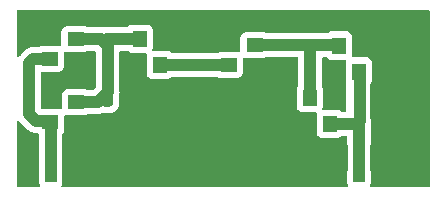
<source format=gbr>
%TF.GenerationSoftware,KiCad,Pcbnew,7.0.7*%
%TF.CreationDate,2023-08-25T11:11:42-04:00*%
%TF.ProjectId,CrystalFilter4thOrder,43727973-7461-46c4-9669-6c7465723474,rev?*%
%TF.SameCoordinates,PX7ed6b40PY4a62f80*%
%TF.FileFunction,Copper,L1,Top*%
%TF.FilePolarity,Positive*%
%FSLAX46Y46*%
G04 Gerber Fmt 4.6, Leading zero omitted, Abs format (unit mm)*
G04 Created by KiCad (PCBNEW 7.0.7) date 2023-08-25 11:11:42*
%MOMM*%
%LPD*%
G01*
G04 APERTURE LIST*
G04 Aperture macros list*
%AMRoundRect*
0 Rectangle with rounded corners*
0 $1 Rounding radius*
0 $2 $3 $4 $5 $6 $7 $8 $9 X,Y pos of 4 corners*
0 Add a 4 corners polygon primitive as box body*
4,1,4,$2,$3,$4,$5,$6,$7,$8,$9,$2,$3,0*
0 Add four circle primitives for the rounded corners*
1,1,$1+$1,$2,$3*
1,1,$1+$1,$4,$5*
1,1,$1+$1,$6,$7*
1,1,$1+$1,$8,$9*
0 Add four rect primitives between the rounded corners*
20,1,$1+$1,$2,$3,$4,$5,0*
20,1,$1+$1,$4,$5,$6,$7,0*
20,1,$1+$1,$6,$7,$8,$9,0*
20,1,$1+$1,$8,$9,$2,$3,0*%
G04 Aperture macros list end*
%TA.AperFunction,SMDPad,CuDef*%
%ADD10RoundRect,0.250000X0.250000X0.475000X-0.250000X0.475000X-0.250000X-0.475000X0.250000X-0.475000X0*%
%TD*%
%TA.AperFunction,SMDPad,CuDef*%
%ADD11R,1.000000X1.050000*%
%TD*%
%TA.AperFunction,SMDPad,CuDef*%
%ADD12R,1.050000X2.200000*%
%TD*%
%TA.AperFunction,SMDPad,CuDef*%
%ADD13R,1.200000X1.400000*%
%TD*%
%TA.AperFunction,SMDPad,CuDef*%
%ADD14R,1.400000X1.200000*%
%TD*%
%TA.AperFunction,SMDPad,CuDef*%
%ADD15RoundRect,0.250000X0.475000X-0.250000X0.475000X0.250000X-0.475000X0.250000X-0.475000X-0.250000X0*%
%TD*%
%TA.AperFunction,ViaPad*%
%ADD16C,0.800000*%
%TD*%
%TA.AperFunction,Conductor*%
%ADD17C,1.000000*%
%TD*%
%TA.AperFunction,Conductor*%
%ADD18C,0.250000*%
%TD*%
G04 APERTURE END LIST*
D10*
%TO.P,C1,1*%
%TO.N,Earth*%
X9555000Y-7471000D03*
%TO.P,C1,2*%
%TO.N,Net-(C1-Pad2)*%
X7655000Y-7471000D03*
%TD*%
D11*
%TO.P,J2,1,In*%
%TO.N,Net-(J2-In)*%
X29001200Y-14032800D03*
D12*
%TO.P,J2,2,Ext*%
%TO.N,Earth*%
X27526200Y-12507800D03*
X30476200Y-12507800D03*
%TD*%
D11*
%TO.P,J1,1,In*%
%TO.N,Net-(J1-In)*%
X2890000Y-14010400D03*
D12*
%TO.P,J1,2,Ext*%
%TO.N,Earth*%
X1415000Y-12485400D03*
X4365000Y-12485400D03*
%TD*%
D13*
%TO.P,Y6,1,1*%
%TO.N,Net-(C3-Pad2)*%
X24812000Y-7430000D03*
%TO.P,Y6,2,2*%
%TO.N,Earth*%
X24812000Y-9630000D03*
%TO.P,Y6,3,3*%
%TO.N,Net-(J2-In)*%
X26512000Y-9630000D03*
%TO.P,Y6,4,4*%
%TO.N,Earth*%
X26512000Y-7430000D03*
%TD*%
D14*
%TO.P,Y1,1,1*%
%TO.N,Net-(J1-In)*%
X2806000Y-4130000D03*
%TO.P,Y1,2,2*%
%TO.N,Earth*%
X5006000Y-4130000D03*
%TO.P,Y1,3,3*%
%TO.N,Net-(C1-Pad2)*%
X5006000Y-2430000D03*
%TO.P,Y1,4,4*%
%TO.N,Earth*%
X2806000Y-2430000D03*
%TD*%
D15*
%TO.P,C3,1*%
%TO.N,Earth*%
X22803600Y-4839600D03*
%TO.P,C3,2*%
%TO.N,Net-(C3-Pad2)*%
X22803600Y-2939600D03*
%TD*%
D14*
%TO.P,Y2,1,1*%
%TO.N,Net-(J1-In)*%
X2849000Y-9464000D03*
%TO.P,Y2,2,2*%
%TO.N,Earth*%
X5049000Y-9464000D03*
%TO.P,Y2,3,3*%
%TO.N,Net-(C1-Pad2)*%
X5049000Y-7764000D03*
%TO.P,Y2,4,4*%
%TO.N,Earth*%
X2849000Y-7764000D03*
%TD*%
D13*
%TO.P,Y5,1,1*%
%TO.N,Net-(C3-Pad2)*%
X27287600Y-2992800D03*
%TO.P,Y5,2,2*%
%TO.N,Earth*%
X27287600Y-5192800D03*
%TO.P,Y5,3,3*%
%TO.N,Net-(J2-In)*%
X28987600Y-5192800D03*
%TO.P,Y5,4,4*%
%TO.N,Earth*%
X28987600Y-2992800D03*
%TD*%
D14*
%TO.P,Y4,1,1*%
%TO.N,Net-(C2-Pad2)*%
X17962000Y-4651600D03*
%TO.P,Y4,2,2*%
%TO.N,Earth*%
X20162000Y-4651600D03*
%TO.P,Y4,3,3*%
%TO.N,Net-(C3-Pad2)*%
X20162000Y-2951600D03*
%TO.P,Y4,4,4*%
%TO.N,Earth*%
X17962000Y-2951600D03*
%TD*%
D15*
%TO.P,C2,1*%
%TO.N,Earth*%
X14828000Y-6516000D03*
%TO.P,C2,2*%
%TO.N,Net-(C2-Pad2)*%
X14828000Y-4616000D03*
%TD*%
D13*
%TO.P,Y3,1,1*%
%TO.N,Net-(C1-Pad2)*%
X10422000Y-2434000D03*
%TO.P,Y3,2,2*%
%TO.N,Earth*%
X10422000Y-4634000D03*
%TO.P,Y3,3,3*%
%TO.N,Net-(C2-Pad2)*%
X12122000Y-4634000D03*
%TO.P,Y3,4,4*%
%TO.N,Earth*%
X12122000Y-2434000D03*
%TD*%
D16*
%TO.N,Earth*%
X31465000Y-3026000D03*
X22829000Y-7979000D03*
X477000Y-10392000D03*
X27020000Y-6328000D03*
X12288000Y-7471000D03*
X15082000Y-613000D03*
X24099000Y-12424000D03*
X33370000Y-12551000D03*
X731000Y-2137000D03*
X4033000Y-5947000D03*
X24734000Y-740000D03*
X17876000Y-7471000D03*
X6954000Y-12424000D03*
X8605000Y-9630000D03*
%TD*%
D17*
%TO.N,Net-(J2-In)*%
X28987600Y-9460000D02*
X29052000Y-9395600D01*
X29052000Y-9395600D02*
X29052000Y-5257200D01*
X29052000Y-5257200D02*
X28987600Y-5192800D01*
%TO.N,Net-(C3-Pad2)*%
X24900000Y-7303000D02*
X24861000Y-7264000D01*
X24861000Y-7264000D02*
X24861000Y-3104000D01*
X24861000Y-3104000D02*
X24708600Y-2951600D01*
%TO.N,Net-(J2-In)*%
X26512000Y-9630000D02*
X28817600Y-9630000D01*
D18*
%TO.N,Earth*%
X4906000Y-4130000D02*
X5006000Y-4130000D01*
X2806000Y-2430000D02*
X3206000Y-2430000D01*
D17*
%TO.N,Net-(C1-Pad2)*%
X5049000Y-7764000D02*
X6915000Y-7764000D01*
X7716000Y-6963000D02*
X7716000Y-2960000D01*
D18*
X4649000Y-8106000D02*
X5049000Y-8106000D01*
D17*
X7716000Y-2960000D02*
X7436600Y-2680600D01*
X10422000Y-2434000D02*
X7683200Y-2434000D01*
X7683200Y-2434000D02*
X7436600Y-2680600D01*
X6915000Y-7764000D02*
X7716000Y-6963000D01*
X7186000Y-2430000D02*
X7436600Y-2680600D01*
X5006000Y-2430000D02*
X7186000Y-2430000D01*
%TO.N,Net-(C2-Pad2)*%
X17944400Y-4634000D02*
X17962000Y-4651600D01*
X12122000Y-4634000D02*
X17944400Y-4634000D01*
%TO.N,Net-(C3-Pad2)*%
X24708600Y-2951600D02*
X27246400Y-2951600D01*
X27246400Y-2951600D02*
X27287600Y-2992800D01*
X20162000Y-2951600D02*
X24708600Y-2951600D01*
%TO.N,Net-(J1-In)*%
X1405000Y-4130000D02*
X1035800Y-4499200D01*
X1035800Y-8791800D02*
X1620000Y-9376000D01*
X1035800Y-4499200D02*
X1035800Y-8791800D01*
X2864600Y-9376000D02*
X2890000Y-9401400D01*
X1620000Y-9376000D02*
X2864600Y-9376000D01*
X2806000Y-4130000D02*
X1405000Y-4130000D01*
X2890000Y-9401400D02*
X2890000Y-14010400D01*
%TO.N,Net-(J2-In)*%
X29001200Y-14032800D02*
X29001200Y-9473600D01*
%TD*%
%TA.AperFunction,Conductor*%
%TO.N,Earth*%
G36*
X205703Y-9362904D02*
G01*
X218580Y-9375841D01*
X230373Y-9389578D01*
X232765Y-9392364D01*
X237494Y-9398636D01*
X256399Y-9427321D01*
X278082Y-9449003D01*
X299778Y-9470699D01*
X302969Y-9474143D01*
X342931Y-9520692D01*
X342934Y-9520695D01*
X370094Y-9541718D01*
X375990Y-9546911D01*
X903566Y-10074487D01*
X964938Y-10139050D01*
X964941Y-10139053D01*
X1015281Y-10174092D01*
X1019043Y-10176928D01*
X1066587Y-10215694D01*
X1066590Y-10215695D01*
X1066593Y-10215698D01*
X1097045Y-10231604D01*
X1103758Y-10235672D01*
X1131951Y-10255295D01*
X1188329Y-10279489D01*
X1192578Y-10281507D01*
X1246951Y-10309909D01*
X1274489Y-10317788D01*
X1279974Y-10319358D01*
X1287368Y-10321990D01*
X1318942Y-10335540D01*
X1318945Y-10335540D01*
X1318946Y-10335541D01*
X1379022Y-10347887D01*
X1383600Y-10349010D01*
X1397501Y-10352987D01*
X1442582Y-10365887D01*
X1476839Y-10368495D01*
X1484614Y-10369586D01*
X1518255Y-10376500D01*
X1518259Y-10376500D01*
X1579599Y-10376500D01*
X1584305Y-10376678D01*
X1619063Y-10379325D01*
X1645476Y-10381337D01*
X1645476Y-10381336D01*
X1645477Y-10381337D01*
X1679560Y-10376996D01*
X1687390Y-10376500D01*
X1695663Y-10376500D01*
X1762702Y-10396185D01*
X1784231Y-10416226D01*
X1785183Y-10415275D01*
X1791451Y-10421543D01*
X1791452Y-10421544D01*
X1791454Y-10421546D01*
X1839812Y-10457747D01*
X1881682Y-10513679D01*
X1889500Y-10557012D01*
X1889500Y-14583270D01*
X1889501Y-14583276D01*
X1895908Y-14642883D01*
X1946202Y-14777728D01*
X1946204Y-14777731D01*
X1963764Y-14801188D01*
X1988182Y-14866652D01*
X1973331Y-14934926D01*
X1923926Y-14984331D01*
X1864498Y-14999500D01*
X124500Y-14999500D01*
X57461Y-14979815D01*
X11706Y-14927011D01*
X500Y-14875500D01*
X500Y-9456617D01*
X20185Y-9389578D01*
X72989Y-9343823D01*
X142147Y-9333879D01*
X205703Y-9362904D01*
G37*
%TD.AperFunction*%
%TA.AperFunction,Conductor*%
G36*
X9426719Y-3454185D02*
G01*
X9458948Y-3484191D01*
X9464454Y-3491546D01*
X9464457Y-3491548D01*
X9579664Y-3577793D01*
X9579671Y-3577797D01*
X9714517Y-3628091D01*
X9714516Y-3628091D01*
X9718516Y-3628521D01*
X9774127Y-3634500D01*
X10920933Y-3634499D01*
X10987972Y-3654184D01*
X11033727Y-3706987D01*
X11043671Y-3776146D01*
X11037116Y-3801830D01*
X11027908Y-3826517D01*
X11021501Y-3886116D01*
X11021500Y-3886135D01*
X11021500Y-5381870D01*
X11021501Y-5381876D01*
X11027908Y-5441483D01*
X11078202Y-5576328D01*
X11078206Y-5576335D01*
X11164452Y-5691544D01*
X11164455Y-5691547D01*
X11279664Y-5777793D01*
X11279671Y-5777797D01*
X11414517Y-5828091D01*
X11414516Y-5828091D01*
X11421444Y-5828835D01*
X11474127Y-5834500D01*
X12769872Y-5834499D01*
X12829483Y-5828091D01*
X12964331Y-5777796D01*
X13079546Y-5691546D01*
X13085051Y-5684191D01*
X13140985Y-5642319D01*
X13184320Y-5634500D01*
X16897052Y-5634500D01*
X16964091Y-5654185D01*
X16971352Y-5659225D01*
X17014529Y-5691548D01*
X17019668Y-5695395D01*
X17019671Y-5695397D01*
X17154517Y-5745691D01*
X17154516Y-5745691D01*
X17161444Y-5746435D01*
X17214127Y-5752100D01*
X18709872Y-5752099D01*
X18769483Y-5745691D01*
X18904331Y-5695396D01*
X19019546Y-5609146D01*
X19105796Y-5493931D01*
X19156091Y-5359083D01*
X19162500Y-5299473D01*
X19162499Y-4152665D01*
X19182184Y-4085627D01*
X19234987Y-4039872D01*
X19304146Y-4029928D01*
X19329828Y-4036482D01*
X19354517Y-4045691D01*
X19414127Y-4052100D01*
X20909872Y-4052099D01*
X20969483Y-4045691D01*
X21104331Y-3995396D01*
X21129127Y-3976833D01*
X21194592Y-3952416D01*
X21203439Y-3952100D01*
X23736500Y-3952100D01*
X23803539Y-3971785D01*
X23849294Y-4024589D01*
X23860500Y-4076100D01*
X23860500Y-6323105D01*
X23840815Y-6390144D01*
X23835767Y-6397416D01*
X23768204Y-6487668D01*
X23768202Y-6487671D01*
X23717908Y-6622517D01*
X23711501Y-6682116D01*
X23711501Y-6682123D01*
X23711500Y-6682135D01*
X23711500Y-8177870D01*
X23711501Y-8177876D01*
X23717908Y-8237483D01*
X23768202Y-8372328D01*
X23768206Y-8372335D01*
X23854452Y-8487544D01*
X23854455Y-8487547D01*
X23969664Y-8573793D01*
X23969671Y-8573797D01*
X24104517Y-8624091D01*
X24104516Y-8624091D01*
X24108516Y-8624521D01*
X24164127Y-8630500D01*
X25310933Y-8630499D01*
X25377972Y-8650184D01*
X25423727Y-8702987D01*
X25433671Y-8772146D01*
X25427116Y-8797830D01*
X25417908Y-8822517D01*
X25411501Y-8882116D01*
X25411500Y-8882135D01*
X25411500Y-10377870D01*
X25411501Y-10377876D01*
X25417908Y-10437483D01*
X25468202Y-10572328D01*
X25468206Y-10572335D01*
X25554452Y-10687544D01*
X25554455Y-10687547D01*
X25669664Y-10773793D01*
X25669671Y-10773797D01*
X25804517Y-10824091D01*
X25804516Y-10824091D01*
X25811444Y-10824835D01*
X25864127Y-10830500D01*
X27159872Y-10830499D01*
X27219483Y-10824091D01*
X27354331Y-10773796D01*
X27469546Y-10687546D01*
X27475051Y-10680191D01*
X27530985Y-10638319D01*
X27574320Y-10630500D01*
X27876700Y-10630500D01*
X27943739Y-10650185D01*
X27989494Y-10702989D01*
X28000700Y-10754500D01*
X28000700Y-14605670D01*
X28000701Y-14605676D01*
X28007108Y-14665283D01*
X28057402Y-14800128D01*
X28057406Y-14800134D01*
X28058196Y-14801190D01*
X28058656Y-14802424D01*
X28061654Y-14807914D01*
X28060864Y-14808345D01*
X28082613Y-14866654D01*
X28067761Y-14934927D01*
X28018356Y-14984332D01*
X27958929Y-14999500D01*
X3915502Y-14999500D01*
X3848463Y-14979815D01*
X3802708Y-14927011D01*
X3792764Y-14857853D01*
X3816236Y-14801188D01*
X3817027Y-14800131D01*
X3833796Y-14777731D01*
X3884091Y-14642883D01*
X3890500Y-14583273D01*
X3890500Y-14061142D01*
X3890500Y-10484251D01*
X3910185Y-10417212D01*
X3915221Y-10409957D01*
X3992796Y-10306331D01*
X4043091Y-10171483D01*
X4049500Y-10111873D01*
X4049499Y-8965065D01*
X4069184Y-8898027D01*
X4121987Y-8852272D01*
X4191146Y-8842328D01*
X4216828Y-8848882D01*
X4241517Y-8858091D01*
X4301127Y-8864500D01*
X5796872Y-8864499D01*
X5856483Y-8858091D01*
X5991331Y-8807796D01*
X6016127Y-8789233D01*
X6081592Y-8764816D01*
X6090439Y-8764500D01*
X6902284Y-8764500D01*
X6991358Y-8766757D01*
X6991358Y-8766756D01*
X6991363Y-8766757D01*
X7051753Y-8755932D01*
X7056412Y-8755280D01*
X7098607Y-8750988D01*
X7117438Y-8749074D01*
X7150227Y-8738786D01*
X7157840Y-8736918D01*
X7191653Y-8730858D01*
X7191655Y-8730856D01*
X7191659Y-8730856D01*
X7248618Y-8708103D01*
X7253057Y-8706523D01*
X7256071Y-8705577D01*
X7277852Y-8698743D01*
X7327570Y-8693698D01*
X7354991Y-8696500D01*
X7955008Y-8696499D01*
X7955016Y-8696498D01*
X7955019Y-8696498D01*
X8011302Y-8690748D01*
X8057797Y-8685999D01*
X8224334Y-8630814D01*
X8373656Y-8538712D01*
X8497712Y-8414656D01*
X8589814Y-8265334D01*
X8644999Y-8098797D01*
X8655500Y-7996009D01*
X8655499Y-7336239D01*
X8665548Y-7287339D01*
X8675540Y-7264058D01*
X8687893Y-7203940D01*
X8689006Y-7199412D01*
X8705887Y-7140418D01*
X8708495Y-7106155D01*
X8709587Y-7098376D01*
X8716500Y-7064739D01*
X8716500Y-7003401D01*
X8716679Y-6998692D01*
X8721337Y-6937526D01*
X8716997Y-6903442D01*
X8716500Y-6895603D01*
X8716500Y-3558500D01*
X8736185Y-3491461D01*
X8788989Y-3445706D01*
X8840500Y-3434500D01*
X9359680Y-3434500D01*
X9426719Y-3454185D01*
G37*
%TD.AperFunction*%
%TA.AperFunction,Conductor*%
G36*
X34942539Y-20185D02*
G01*
X34988294Y-72989D01*
X34999500Y-124500D01*
X34999500Y-14875500D01*
X34979815Y-14942539D01*
X34927011Y-14988294D01*
X34875500Y-14999500D01*
X30043471Y-14999500D01*
X29976432Y-14979815D01*
X29930677Y-14927011D01*
X29920733Y-14857853D01*
X29941294Y-14808213D01*
X29940746Y-14807914D01*
X29943532Y-14802810D01*
X29944204Y-14801190D01*
X29944602Y-14800657D01*
X29944996Y-14800131D01*
X29995291Y-14665283D01*
X30001700Y-14605673D01*
X30001700Y-14061142D01*
X30001700Y-9486275D01*
X30002007Y-9474143D01*
X30003956Y-9397242D01*
X30003955Y-9397241D01*
X30003956Y-9397236D01*
X29993129Y-9336833D01*
X29992482Y-9332220D01*
X29986274Y-9271162D01*
X29986273Y-9271160D01*
X29986273Y-9271157D01*
X29975990Y-9238387D01*
X29974117Y-9230754D01*
X29968058Y-9196948D01*
X29945302Y-9139978D01*
X29943721Y-9135538D01*
X29931185Y-9095581D01*
X29925500Y-9058466D01*
X29925500Y-6317860D01*
X29945185Y-6250821D01*
X29950221Y-6243566D01*
X30031396Y-6135131D01*
X30081691Y-6000283D01*
X30088100Y-5940673D01*
X30088099Y-4444928D01*
X30081691Y-4385317D01*
X30072483Y-4360630D01*
X30031397Y-4250471D01*
X30031393Y-4250464D01*
X29945147Y-4135255D01*
X29945144Y-4135252D01*
X29829935Y-4049006D01*
X29829928Y-4049002D01*
X29695082Y-3998708D01*
X29695083Y-3998708D01*
X29635483Y-3992301D01*
X29635481Y-3992300D01*
X29635473Y-3992300D01*
X29635465Y-3992300D01*
X28488666Y-3992300D01*
X28421627Y-3972615D01*
X28375872Y-3919811D01*
X28365928Y-3850653D01*
X28372485Y-3824965D01*
X28381691Y-3800283D01*
X28384286Y-3776146D01*
X28388100Y-3740673D01*
X28388099Y-2244928D01*
X28381691Y-2185317D01*
X28331396Y-2050469D01*
X28331395Y-2050468D01*
X28331393Y-2050464D01*
X28245147Y-1935255D01*
X28245144Y-1935252D01*
X28129935Y-1849006D01*
X28129928Y-1849002D01*
X27995082Y-1798708D01*
X27995083Y-1798708D01*
X27935483Y-1792301D01*
X27935481Y-1792300D01*
X27935473Y-1792300D01*
X27935464Y-1792300D01*
X26639729Y-1792300D01*
X26639723Y-1792301D01*
X26580116Y-1798708D01*
X26445271Y-1849002D01*
X26445268Y-1849004D01*
X26341925Y-1926367D01*
X26276461Y-1950784D01*
X26267614Y-1951100D01*
X24749002Y-1951100D01*
X24744295Y-1950921D01*
X24735995Y-1950289D01*
X24683124Y-1946262D01*
X24663189Y-1948801D01*
X24649040Y-1950603D01*
X24641211Y-1951100D01*
X23451523Y-1951100D01*
X23438192Y-1949688D01*
X23438131Y-1950289D01*
X23328610Y-1939100D01*
X22278598Y-1939100D01*
X22278580Y-1939101D01*
X22169068Y-1950289D01*
X22169006Y-1949688D01*
X22155678Y-1951100D01*
X21203439Y-1951100D01*
X21136400Y-1931415D01*
X21129128Y-1926367D01*
X21104331Y-1907804D01*
X21104328Y-1907802D01*
X20969482Y-1857508D01*
X20969483Y-1857508D01*
X20909883Y-1851101D01*
X20909881Y-1851100D01*
X20909873Y-1851100D01*
X20909864Y-1851100D01*
X19414129Y-1851100D01*
X19414123Y-1851101D01*
X19354516Y-1857508D01*
X19219671Y-1907802D01*
X19219664Y-1907806D01*
X19104455Y-1994052D01*
X19104452Y-1994055D01*
X19018206Y-2109264D01*
X19018202Y-2109271D01*
X18967908Y-2244117D01*
X18961501Y-2303716D01*
X18961500Y-2303735D01*
X18961500Y-3450533D01*
X18941815Y-3517572D01*
X18889011Y-3563327D01*
X18819853Y-3573271D01*
X18794168Y-3566715D01*
X18769485Y-3557509D01*
X18769483Y-3557508D01*
X18709883Y-3551101D01*
X18709881Y-3551100D01*
X18709873Y-3551100D01*
X18709864Y-3551100D01*
X17214129Y-3551100D01*
X17214123Y-3551101D01*
X17154516Y-3557508D01*
X17019670Y-3607802D01*
X17018383Y-3608767D01*
X17016876Y-3609328D01*
X17011888Y-3612053D01*
X17011496Y-3611335D01*
X16952919Y-3633184D01*
X16944072Y-3633500D01*
X15498437Y-3633500D01*
X15459437Y-3627207D01*
X15455797Y-3626001D01*
X15455791Y-3626000D01*
X15353010Y-3615500D01*
X14302998Y-3615500D01*
X14302980Y-3615501D01*
X14200206Y-3626000D01*
X14200205Y-3626000D01*
X14198665Y-3626510D01*
X14196562Y-3627207D01*
X14157563Y-3633500D01*
X13184320Y-3633500D01*
X13117281Y-3613815D01*
X13085052Y-3583809D01*
X13080551Y-3577797D01*
X13079546Y-3576454D01*
X13075294Y-3573271D01*
X12964335Y-3490206D01*
X12964328Y-3490202D01*
X12829482Y-3439908D01*
X12829483Y-3439908D01*
X12769883Y-3433501D01*
X12769881Y-3433500D01*
X12769873Y-3433500D01*
X12769865Y-3433500D01*
X11623066Y-3433500D01*
X11556027Y-3413815D01*
X11510272Y-3361011D01*
X11500328Y-3291853D01*
X11506885Y-3266165D01*
X11516091Y-3241483D01*
X11517769Y-3225874D01*
X11522500Y-3181873D01*
X11522499Y-1686128D01*
X11516091Y-1626517D01*
X11501602Y-1587671D01*
X11465797Y-1491671D01*
X11465793Y-1491664D01*
X11379547Y-1376455D01*
X11379544Y-1376452D01*
X11264335Y-1290206D01*
X11264328Y-1290202D01*
X11129482Y-1239908D01*
X11129483Y-1239908D01*
X11069883Y-1233501D01*
X11069881Y-1233500D01*
X11069873Y-1233500D01*
X11069864Y-1233500D01*
X9774129Y-1233500D01*
X9774123Y-1233501D01*
X9714516Y-1239908D01*
X9579671Y-1290202D01*
X9579664Y-1290206D01*
X9464457Y-1376451D01*
X9464451Y-1376457D01*
X9458948Y-1383809D01*
X9403015Y-1425681D01*
X9359680Y-1433500D01*
X7695899Y-1433500D01*
X7606839Y-1431242D01*
X7606835Y-1431242D01*
X7555023Y-1440529D01*
X7546454Y-1442064D01*
X7541795Y-1442718D01*
X7480764Y-1448925D01*
X7480757Y-1448927D01*
X7474952Y-1450748D01*
X7405094Y-1452028D01*
X7403733Y-1451647D01*
X7363421Y-1440113D01*
X7363425Y-1440113D01*
X7329158Y-1437503D01*
X7321380Y-1436412D01*
X7287742Y-1429500D01*
X7287741Y-1429500D01*
X7226402Y-1429500D01*
X7221695Y-1429321D01*
X7216121Y-1428896D01*
X7160524Y-1424662D01*
X7140589Y-1427201D01*
X7126440Y-1429003D01*
X7118611Y-1429500D01*
X6047439Y-1429500D01*
X5980400Y-1409815D01*
X5973128Y-1404767D01*
X5948331Y-1386204D01*
X5948328Y-1386202D01*
X5813482Y-1335908D01*
X5813483Y-1335908D01*
X5753883Y-1329501D01*
X5753881Y-1329500D01*
X5753873Y-1329500D01*
X5753864Y-1329500D01*
X4258129Y-1329500D01*
X4258123Y-1329501D01*
X4198516Y-1335908D01*
X4063671Y-1386202D01*
X4063664Y-1386206D01*
X3948455Y-1472452D01*
X3948452Y-1472455D01*
X3862206Y-1587664D01*
X3862202Y-1587671D01*
X3811908Y-1722517D01*
X3805501Y-1782116D01*
X3805500Y-1782135D01*
X3805500Y-2928933D01*
X3785815Y-2995972D01*
X3733011Y-3041727D01*
X3663853Y-3051671D01*
X3638168Y-3045115D01*
X3613485Y-3035909D01*
X3613483Y-3035908D01*
X3553883Y-3029501D01*
X3553881Y-3029500D01*
X3553873Y-3029500D01*
X3553864Y-3029500D01*
X2058129Y-3029500D01*
X2058123Y-3029501D01*
X1998516Y-3035908D01*
X1863671Y-3086202D01*
X1863668Y-3086204D01*
X1838872Y-3104767D01*
X1773408Y-3129184D01*
X1764561Y-3129500D01*
X1417717Y-3129500D01*
X1328637Y-3127243D01*
X1328628Y-3127243D01*
X1268260Y-3138064D01*
X1263595Y-3138718D01*
X1202563Y-3144925D01*
X1202555Y-3144927D01*
X1169781Y-3155210D01*
X1162154Y-3157082D01*
X1128350Y-3163141D01*
X1071384Y-3185894D01*
X1066948Y-3187473D01*
X1008414Y-3205840D01*
X1008412Y-3205841D01*
X978385Y-3222506D01*
X971293Y-3225874D01*
X939383Y-3238621D01*
X888154Y-3272383D01*
X884126Y-3274824D01*
X830502Y-3304588D01*
X830499Y-3304590D01*
X804427Y-3326970D01*
X798160Y-3331695D01*
X769482Y-3350598D01*
X769475Y-3350603D01*
X726116Y-3393962D01*
X722661Y-3397164D01*
X676106Y-3437132D01*
X676105Y-3437133D01*
X655076Y-3464300D01*
X649884Y-3470194D01*
X337332Y-3782746D01*
X272746Y-3844142D01*
X237699Y-3894494D01*
X234863Y-3898255D01*
X220603Y-3915744D01*
X162983Y-3955262D01*
X93145Y-3957355D01*
X33262Y-3921359D01*
X2346Y-3858701D01*
X500Y-3837385D01*
X500Y-124500D01*
X20185Y-57461D01*
X72989Y-11706D01*
X124500Y-500D01*
X34875500Y-500D01*
X34942539Y-20185D01*
G37*
%TD.AperFunction*%
%TA.AperFunction,Conductor*%
G36*
X26261477Y-3971785D02*
G01*
X26293702Y-4001786D01*
X26330054Y-4050346D01*
X26364457Y-4076100D01*
X26445264Y-4136593D01*
X26445271Y-4136597D01*
X26580117Y-4186891D01*
X26580116Y-4186891D01*
X26584116Y-4187321D01*
X26639727Y-4193300D01*
X27786533Y-4193299D01*
X27853572Y-4212984D01*
X27899327Y-4265787D01*
X27909271Y-4334946D01*
X27902716Y-4360630D01*
X27893508Y-4385317D01*
X27887101Y-4444916D01*
X27887101Y-4444923D01*
X27887100Y-4444935D01*
X27887100Y-5940670D01*
X27887101Y-5940676D01*
X27893508Y-6000283D01*
X27916682Y-6062413D01*
X27924500Y-6105746D01*
X27924500Y-8505500D01*
X27904815Y-8572539D01*
X27852011Y-8618294D01*
X27800500Y-8629500D01*
X27574320Y-8629500D01*
X27507281Y-8609815D01*
X27475052Y-8579809D01*
X27470551Y-8573797D01*
X27469546Y-8572454D01*
X27424470Y-8538710D01*
X27354335Y-8486206D01*
X27354328Y-8486202D01*
X27219482Y-8435908D01*
X27219483Y-8435908D01*
X27159883Y-8429501D01*
X27159881Y-8429500D01*
X27159873Y-8429500D01*
X27159865Y-8429500D01*
X26013066Y-8429500D01*
X25946027Y-8409815D01*
X25900272Y-8357011D01*
X25890328Y-8287853D01*
X25896885Y-8262165D01*
X25906091Y-8237483D01*
X25912500Y-8177873D01*
X25912499Y-6682128D01*
X25906091Y-6622517D01*
X25869318Y-6523923D01*
X25861500Y-6480590D01*
X25861500Y-4076100D01*
X25881185Y-4009061D01*
X25933989Y-3963306D01*
X25985500Y-3952100D01*
X26194438Y-3952100D01*
X26261477Y-3971785D01*
G37*
%TD.AperFunction*%
%TA.AperFunction,Conductor*%
G36*
X6658539Y-3450185D02*
G01*
X6704294Y-3502989D01*
X6715500Y-3554500D01*
X6715500Y-6497217D01*
X6695815Y-6564256D01*
X6679185Y-6584893D01*
X6536897Y-6727182D01*
X6475577Y-6760666D01*
X6449218Y-6763500D01*
X6090439Y-6763500D01*
X6023400Y-6743815D01*
X6016128Y-6738767D01*
X5991331Y-6720204D01*
X5991328Y-6720202D01*
X5856482Y-6669908D01*
X5856483Y-6669908D01*
X5796883Y-6663501D01*
X5796881Y-6663500D01*
X5796873Y-6663500D01*
X5796864Y-6663500D01*
X4301129Y-6663500D01*
X4301123Y-6663501D01*
X4241516Y-6669908D01*
X4106671Y-6720202D01*
X4106664Y-6720206D01*
X3991455Y-6806452D01*
X3991452Y-6806455D01*
X3905206Y-6921664D01*
X3905202Y-6921671D01*
X3854908Y-7056517D01*
X3848501Y-7116116D01*
X3848500Y-7116135D01*
X3848500Y-8262933D01*
X3828815Y-8329972D01*
X3776011Y-8375727D01*
X3706853Y-8385671D01*
X3681168Y-8379115D01*
X3656485Y-8369909D01*
X3656483Y-8369908D01*
X3596883Y-8363501D01*
X3596881Y-8363500D01*
X3596873Y-8363500D01*
X3596865Y-8363500D01*
X2160300Y-8363500D01*
X2093261Y-8343815D01*
X2047506Y-8291011D01*
X2036300Y-8239500D01*
X2036300Y-5354499D01*
X2055985Y-5287460D01*
X2108789Y-5241705D01*
X2160295Y-5230499D01*
X3553872Y-5230499D01*
X3613483Y-5224091D01*
X3748331Y-5173796D01*
X3863546Y-5087546D01*
X3949796Y-4972331D01*
X4000091Y-4837483D01*
X4006500Y-4777873D01*
X4006499Y-3631065D01*
X4026184Y-3564027D01*
X4078987Y-3518272D01*
X4148146Y-3508328D01*
X4173828Y-3514882D01*
X4198517Y-3524091D01*
X4258127Y-3530500D01*
X5753872Y-3530499D01*
X5813483Y-3524091D01*
X5948331Y-3473796D01*
X5973127Y-3455233D01*
X6038592Y-3430816D01*
X6047439Y-3430500D01*
X6591500Y-3430500D01*
X6658539Y-3450185D01*
G37*
%TD.AperFunction*%
%TD*%
M02*

</source>
